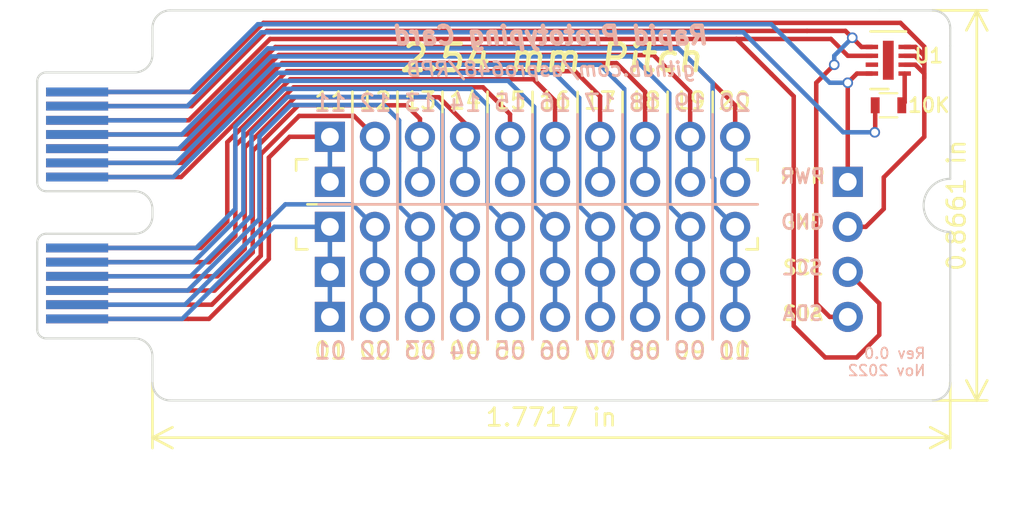
<source format=kicad_pcb>
(kicad_pcb (version 20171130) (host pcbnew "(5.1.10)-1")

  (general
    (thickness 1.6)
    (drawings 50)
    (tracks 233)
    (zones 0)
    (modules 9)
    (nets 27)
  )

  (page A)
  (title_block
    (title "Beetje 32U4 Blok")
    (date 2018-08-10)
    (rev 0.0)
    (company www.MakersBox.us)
    (comment 1 648.ken@gmail.com)
  )

  (layers
    (0 F.Cu signal)
    (31 B.Cu signal)
    (32 B.Adhes user)
    (33 F.Adhes user)
    (34 B.Paste user)
    (35 F.Paste user)
    (36 B.SilkS user)
    (37 F.SilkS user)
    (38 B.Mask user)
    (39 F.Mask user)
    (40 Dwgs.User user)
    (41 Cmts.User user)
    (42 Eco1.User user)
    (43 Eco2.User user)
    (44 Edge.Cuts user)
    (45 Margin user)
    (46 B.CrtYd user hide)
    (47 F.CrtYd user)
    (48 B.Fab user hide)
    (49 F.Fab user)
  )

  (setup
    (last_trace_width 0.254)
    (user_trace_width 0.3048)
    (user_trace_width 0.3556)
    (user_trace_width 0.4064)
    (user_trace_width 0.6096)
    (trace_clearance 0.2)
    (zone_clearance 0.35)
    (zone_45_only no)
    (trace_min 0.2)
    (via_size 0.6)
    (via_drill 0.4)
    (via_min_size 0.4)
    (via_min_drill 0.3)
    (uvia_size 0.3)
    (uvia_drill 0.1)
    (uvias_allowed no)
    (uvia_min_size 0.2)
    (uvia_min_drill 0.1)
    (edge_width 0.15)
    (segment_width 0.2)
    (pcb_text_width 0.3)
    (pcb_text_size 1.5 1.5)
    (mod_edge_width 0.15)
    (mod_text_size 1 1)
    (mod_text_width 0.15)
    (pad_size 0.5 3.500001)
    (pad_drill 0)
    (pad_to_mask_clearance 0)
    (aux_axis_origin 0 0)
    (visible_elements 7FFFFFFF)
    (pcbplotparams
      (layerselection 0x010f0_80000001)
      (usegerberextensions false)
      (usegerberattributes true)
      (usegerberadvancedattributes true)
      (creategerberjobfile true)
      (excludeedgelayer true)
      (linewidth 0.100000)
      (plotframeref false)
      (viasonmask false)
      (mode 1)
      (useauxorigin false)
      (hpglpennumber 1)
      (hpglpenspeed 20)
      (hpglpendiameter 15.000000)
      (psnegative false)
      (psa4output false)
      (plotreference true)
      (plotvalue true)
      (plotinvisibletext false)
      (padsonsilk false)
      (subtractmaskfromsilk false)
      (outputformat 1)
      (mirror false)
      (drillshape 0)
      (scaleselection 1)
      (outputdirectory "gerbers/"))
  )

  (net 0 "")
  (net 1 /10)
  (net 2 /01)
  (net 3 /02)
  (net 4 /04)
  (net 5 /05)
  (net 6 /06)
  (net 7 /07)
  (net 8 /08)
  (net 9 /09)
  (net 10 /11)
  (net 11 /12)
  (net 12 /13)
  (net 13 /14)
  (net 14 /15)
  (net 15 /16)
  (net 16 /17)
  (net 17 /18)
  (net 18 /19)
  (net 19 /20)
  (net 20 /03)
  (net 21 /D2_SDA)
  (net 22 GND)
  (net 23 /D3_SCL)
  (net 24 +5V)
  (net 25 "Net-(R1-Pad1)")
  (net 26 /A)

  (net_class Default "This is the default net class."
    (clearance 0.2)
    (trace_width 0.254)
    (via_dia 0.6)
    (via_drill 0.4)
    (uvia_dia 0.3)
    (uvia_drill 0.1)
    (add_net +5V)
    (add_net /01)
    (add_net /02)
    (add_net /03)
    (add_net /04)
    (add_net /05)
    (add_net /06)
    (add_net /07)
    (add_net /08)
    (add_net /09)
    (add_net /10)
    (add_net /11)
    (add_net /12)
    (add_net /13)
    (add_net /14)
    (add_net /15)
    (add_net /16)
    (add_net /17)
    (add_net /18)
    (add_net /19)
    (add_net /20)
    (add_net /A)
    (add_net /D2_SDA)
    (add_net /D3_SCL)
    (add_net GND)
    (add_net "Net-(R1-Pad1)")
  )

  (module Connector_PinHeader_2.54mm:PinHeader_1x04_P2.54mm_Vertical (layer F.Cu) (tedit 63801DD5) (tstamp 63801BBF)
    (at 45.72 -11.43)
    (descr "Through hole straight pin header, 1x04, 2.54mm pitch, single row")
    (tags "Through hole pin header THT 1x04 2.54mm single row")
    (path /6387A405)
    (fp_text reference J1 (at 0 -2.33) (layer F.Fab)
      (effects (font (size 1 1) (thickness 0.15)))
    )
    (fp_text value Conn_01x04 (at 0 9.95) (layer F.Fab)
      (effects (font (size 1 1) (thickness 0.15)))
    )
    (fp_line (start -0.635 -1.27) (end 1.27 -1.27) (layer F.Fab) (width 0.1))
    (fp_line (start 1.27 -1.27) (end 1.27 8.89) (layer F.Fab) (width 0.1))
    (fp_line (start 1.27 8.89) (end -1.27 8.89) (layer F.Fab) (width 0.1))
    (fp_line (start -1.27 8.89) (end -1.27 -0.635) (layer F.Fab) (width 0.1))
    (fp_line (start -1.27 -0.635) (end -0.635 -1.27) (layer F.Fab) (width 0.1))
    (fp_line (start -1.8 -1.8) (end -1.8 9.4) (layer F.CrtYd) (width 0.05))
    (fp_line (start -1.8 9.4) (end 1.8 9.4) (layer F.CrtYd) (width 0.05))
    (fp_line (start 1.8 9.4) (end 1.8 -1.8) (layer F.CrtYd) (width 0.05))
    (fp_line (start 1.8 -1.8) (end -1.8 -1.8) (layer F.CrtYd) (width 0.05))
    (fp_text user %R (at 0 3.81 90) (layer F.Fab)
      (effects (font (size 1 1) (thickness 0.15)))
    )
    (pad 1 thru_hole rect (at 0 0) (size 1.7 1.7) (drill 1) (layers *.Cu *.Mask)
      (net 24 +5V))
    (pad 2 thru_hole oval (at 0 2.54) (size 1.7 1.7) (drill 1) (layers *.Cu *.Mask)
      (net 22 GND))
    (pad 3 thru_hole oval (at 0 5.08) (size 1.7 1.7) (drill 1) (layers *.Cu *.Mask)
      (net 23 /D3_SCL))
    (pad 4 thru_hole oval (at 0 7.62) (size 1.7 1.7) (drill 1) (layers *.Cu *.Mask)
      (net 21 /D2_SDA))
    (model ${KISYS3DMOD}/Connector_PinHeader_2.54mm.3dshapes/PinHeader_1x04_P2.54mm_Vertical.wrl
      (at (xyz 0 0 0))
      (scale (xyz 1 1 1))
      (rotate (xyz 0 0 0))
    )
  )

  (module footprints:PinHeader_1x10_P2.54mm_Vertical (layer F.Cu) (tedit 637F0F76) (tstamp 637F5354)
    (at 16.51 -3.81 90)
    (descr "Through hole straight pin header, 1x10, 2.54mm pitch, single row")
    (tags "Through hole pin header THT 1x10 2.54mm single row")
    (path /6386DEAD)
    (fp_text reference J6 (at 0 -2.33 90) (layer F.SilkS) hide
      (effects (font (size 1 1) (thickness 0.15)))
    )
    (fp_text value Conn_01x10 (at 0 25.19 90) (layer F.Fab)
      (effects (font (size 1 1) (thickness 0.15)))
    )
    (fp_line (start -0.635 -1.27) (end 1.27 -1.27) (layer F.Fab) (width 0.1))
    (fp_line (start 1.27 -1.27) (end 1.27 24.13) (layer F.Fab) (width 0.1))
    (fp_line (start 1.27 24.13) (end -1.27 24.13) (layer F.Fab) (width 0.1))
    (fp_line (start -1.27 24.13) (end -1.27 -0.635) (layer F.Fab) (width 0.1))
    (fp_line (start -1.27 -0.635) (end -0.635 -1.27) (layer F.Fab) (width 0.1))
    (fp_line (start -1.8 -1.8) (end -1.8 24.65) (layer F.CrtYd) (width 0.05))
    (fp_line (start -1.8 24.65) (end 1.8 24.65) (layer F.CrtYd) (width 0.05))
    (fp_line (start 1.8 24.65) (end 1.8 -1.8) (layer F.CrtYd) (width 0.05))
    (fp_line (start 1.8 -1.8) (end -1.8 -1.8) (layer F.CrtYd) (width 0.05))
    (fp_text user %R (at 0 11.43 180) (layer F.Fab)
      (effects (font (size 1 1) (thickness 0.15)))
    )
    (pad 1 thru_hole rect (at 0 0 90) (size 1.7 1.7) (drill 1) (layers *.Cu *.Mask)
      (net 2 /01))
    (pad 2 thru_hole oval (at 0 2.54 90) (size 1.7 1.7) (drill 1) (layers *.Cu *.Mask)
      (net 3 /02))
    (pad 3 thru_hole oval (at 0 5.08 90) (size 1.7 1.7) (drill 1) (layers *.Cu *.Mask)
      (net 20 /03))
    (pad 4 thru_hole oval (at 0 7.62 90) (size 1.7 1.7) (drill 1) (layers *.Cu *.Mask)
      (net 4 /04))
    (pad 5 thru_hole oval (at 0 10.16 90) (size 1.7 1.7) (drill 1) (layers *.Cu *.Mask)
      (net 5 /05))
    (pad 6 thru_hole oval (at 0 12.7 90) (size 1.7 1.7) (drill 1) (layers *.Cu *.Mask)
      (net 6 /06))
    (pad 7 thru_hole oval (at 0 15.24 90) (size 1.7 1.7) (drill 1) (layers *.Cu *.Mask)
      (net 7 /07))
    (pad 8 thru_hole oval (at 0 17.78 90) (size 1.7 1.7) (drill 1) (layers *.Cu *.Mask)
      (net 8 /08))
    (pad 9 thru_hole oval (at 0 20.32 90) (size 1.7 1.7) (drill 1) (layers *.Cu *.Mask)
      (net 9 /09))
    (pad 10 thru_hole oval (at 0 22.86 90) (size 1.7 1.7) (drill 1) (layers *.Cu *.Mask)
      (net 1 /10))
    (model ${KISYS3DMOD}/Connector_PinHeader_2.54mm.3dshapes/PinHeader_1x10_P2.54mm_Vertical.wrl
      (at (xyz 0 0 0))
      (scale (xyz 1 1 1))
      (rotate (xyz 0 0 0))
    )
  )

  (module footprints:PinHeader_1x10_P2.54mm_Vertical (layer F.Cu) (tedit 637F0F76) (tstamp 637F3587)
    (at 16.51 -6.35 90)
    (descr "Through hole straight pin header, 1x10, 2.54mm pitch, single row")
    (tags "Through hole pin header THT 1x10 2.54mm single row")
    (path /63828BB9)
    (fp_text reference J2 (at 0 -2.33 90) (layer F.SilkS) hide
      (effects (font (size 1 1) (thickness 0.15)))
    )
    (fp_text value Conn_01x10 (at 0 25.19 90) (layer F.Fab)
      (effects (font (size 1 1) (thickness 0.15)))
    )
    (fp_line (start 1.8 -1.8) (end -1.8 -1.8) (layer F.CrtYd) (width 0.05))
    (fp_line (start 1.8 24.65) (end 1.8 -1.8) (layer F.CrtYd) (width 0.05))
    (fp_line (start -1.8 24.65) (end 1.8 24.65) (layer F.CrtYd) (width 0.05))
    (fp_line (start -1.8 -1.8) (end -1.8 24.65) (layer F.CrtYd) (width 0.05))
    (fp_line (start -1.27 -0.635) (end -0.635 -1.27) (layer F.Fab) (width 0.1))
    (fp_line (start -1.27 24.13) (end -1.27 -0.635) (layer F.Fab) (width 0.1))
    (fp_line (start 1.27 24.13) (end -1.27 24.13) (layer F.Fab) (width 0.1))
    (fp_line (start 1.27 -1.27) (end 1.27 24.13) (layer F.Fab) (width 0.1))
    (fp_line (start -0.635 -1.27) (end 1.27 -1.27) (layer F.Fab) (width 0.1))
    (fp_text user %R (at 0 11.43 180) (layer F.Fab)
      (effects (font (size 1 1) (thickness 0.15)))
    )
    (pad 10 thru_hole oval (at 0 22.86 90) (size 1.7 1.7) (drill 1) (layers *.Cu *.Mask)
      (net 1 /10))
    (pad 9 thru_hole oval (at 0 20.32 90) (size 1.7 1.7) (drill 1) (layers *.Cu *.Mask)
      (net 9 /09))
    (pad 8 thru_hole oval (at 0 17.78 90) (size 1.7 1.7) (drill 1) (layers *.Cu *.Mask)
      (net 8 /08))
    (pad 7 thru_hole oval (at 0 15.24 90) (size 1.7 1.7) (drill 1) (layers *.Cu *.Mask)
      (net 7 /07))
    (pad 6 thru_hole oval (at 0 12.7 90) (size 1.7 1.7) (drill 1) (layers *.Cu *.Mask)
      (net 6 /06))
    (pad 5 thru_hole oval (at 0 10.16 90) (size 1.7 1.7) (drill 1) (layers *.Cu *.Mask)
      (net 5 /05))
    (pad 4 thru_hole oval (at 0 7.62 90) (size 1.7 1.7) (drill 1) (layers *.Cu *.Mask)
      (net 4 /04))
    (pad 3 thru_hole oval (at 0 5.08 90) (size 1.7 1.7) (drill 1) (layers *.Cu *.Mask)
      (net 20 /03))
    (pad 2 thru_hole oval (at 0 2.54 90) (size 1.7 1.7) (drill 1) (layers *.Cu *.Mask)
      (net 3 /02))
    (pad 1 thru_hole rect (at 0 0 90) (size 1.7 1.7) (drill 1) (layers *.Cu *.Mask)
      (net 2 /01))
    (model ${KISYS3DMOD}/Connector_PinHeader_2.54mm.3dshapes/PinHeader_1x10_P2.54mm_Vertical.wrl
      (at (xyz 0 0 0))
      (scale (xyz 1 1 1))
      (rotate (xyz 0 0 0))
    )
  )

  (module footprints:PinHeader_1x10_P2.54mm_Vertical (layer F.Cu) (tedit 637F0F76) (tstamp 637F31FF)
    (at 16.51 -11.43 90)
    (descr "Through hole straight pin header, 1x10, 2.54mm pitch, single row")
    (tags "Through hole pin header THT 1x10 2.54mm single row")
    (path /6382AC72)
    (fp_text reference J3 (at 0 -2.33 90) (layer F.SilkS) hide
      (effects (font (size 1 1) (thickness 0.15)))
    )
    (fp_text value Conn_01x10 (at 0 25.19 90) (layer F.Fab)
      (effects (font (size 1 1) (thickness 0.15)))
    )
    (fp_line (start 1.8 -1.8) (end -1.8 -1.8) (layer F.CrtYd) (width 0.05))
    (fp_line (start 1.8 24.65) (end 1.8 -1.8) (layer F.CrtYd) (width 0.05))
    (fp_line (start -1.8 24.65) (end 1.8 24.65) (layer F.CrtYd) (width 0.05))
    (fp_line (start -1.8 -1.8) (end -1.8 24.65) (layer F.CrtYd) (width 0.05))
    (fp_line (start -1.27 -0.635) (end -0.635 -1.27) (layer F.Fab) (width 0.1))
    (fp_line (start -1.27 24.13) (end -1.27 -0.635) (layer F.Fab) (width 0.1))
    (fp_line (start 1.27 24.13) (end -1.27 24.13) (layer F.Fab) (width 0.1))
    (fp_line (start 1.27 -1.27) (end 1.27 24.13) (layer F.Fab) (width 0.1))
    (fp_line (start -0.635 -1.27) (end 1.27 -1.27) (layer F.Fab) (width 0.1))
    (fp_text user %R (at 0 11.43 180) (layer F.Fab)
      (effects (font (size 1 1) (thickness 0.15)))
    )
    (pad 10 thru_hole oval (at 0 22.86 90) (size 1.7 1.7) (drill 1) (layers *.Cu *.Mask)
      (net 19 /20))
    (pad 9 thru_hole oval (at 0 20.32 90) (size 1.7 1.7) (drill 1) (layers *.Cu *.Mask)
      (net 18 /19))
    (pad 8 thru_hole oval (at 0 17.78 90) (size 1.7 1.7) (drill 1) (layers *.Cu *.Mask)
      (net 17 /18))
    (pad 7 thru_hole oval (at 0 15.24 90) (size 1.7 1.7) (drill 1) (layers *.Cu *.Mask)
      (net 16 /17))
    (pad 6 thru_hole oval (at 0 12.7 90) (size 1.7 1.7) (drill 1) (layers *.Cu *.Mask)
      (net 15 /16))
    (pad 5 thru_hole oval (at 0 10.16 90) (size 1.7 1.7) (drill 1) (layers *.Cu *.Mask)
      (net 14 /15))
    (pad 4 thru_hole oval (at 0 7.62 90) (size 1.7 1.7) (drill 1) (layers *.Cu *.Mask)
      (net 13 /14))
    (pad 3 thru_hole oval (at 0 5.08 90) (size 1.7 1.7) (drill 1) (layers *.Cu *.Mask)
      (net 12 /13))
    (pad 2 thru_hole oval (at 0 2.54 90) (size 1.7 1.7) (drill 1) (layers *.Cu *.Mask)
      (net 11 /12))
    (pad 1 thru_hole rect (at 0 0 90) (size 1.7 1.7) (drill 1) (layers *.Cu *.Mask)
      (net 10 /11))
    (model ${KISYS3DMOD}/Connector_PinHeader_2.54mm.3dshapes/PinHeader_1x10_P2.54mm_Vertical.wrl
      (at (xyz 0 0 0))
      (scale (xyz 1 1 1))
      (rotate (xyz 0 0 0))
    )
  )

  (module footprints:PinHeader_1x10_P2.54mm_Vertical (layer F.Cu) (tedit 637F0F76) (tstamp 637F321D)
    (at 16.51 -8.89 90)
    (descr "Through hole straight pin header, 1x10, 2.54mm pitch, single row")
    (tags "Through hole pin header THT 1x10 2.54mm single row")
    (path /6382A1AF)
    (fp_text reference J4 (at 0 -2.33 90) (layer F.SilkS) hide
      (effects (font (size 1 1) (thickness 0.15)))
    )
    (fp_text value Conn_01x10 (at 0 25.19 90) (layer F.Fab)
      (effects (font (size 1 1) (thickness 0.15)))
    )
    (fp_line (start 1.8 -1.8) (end -1.8 -1.8) (layer F.CrtYd) (width 0.05))
    (fp_line (start 1.8 24.65) (end 1.8 -1.8) (layer F.CrtYd) (width 0.05))
    (fp_line (start -1.8 24.65) (end 1.8 24.65) (layer F.CrtYd) (width 0.05))
    (fp_line (start -1.8 -1.8) (end -1.8 24.65) (layer F.CrtYd) (width 0.05))
    (fp_line (start -1.27 -0.635) (end -0.635 -1.27) (layer F.Fab) (width 0.1))
    (fp_line (start -1.27 24.13) (end -1.27 -0.635) (layer F.Fab) (width 0.1))
    (fp_line (start 1.27 24.13) (end -1.27 24.13) (layer F.Fab) (width 0.1))
    (fp_line (start 1.27 -1.27) (end 1.27 24.13) (layer F.Fab) (width 0.1))
    (fp_line (start -0.635 -1.27) (end 1.27 -1.27) (layer F.Fab) (width 0.1))
    (fp_text user %R (at 0 11.43 180) (layer F.Fab)
      (effects (font (size 1 1) (thickness 0.15)))
    )
    (pad 10 thru_hole oval (at 0 22.86 90) (size 1.7 1.7) (drill 1) (layers *.Cu *.Mask)
      (net 1 /10))
    (pad 9 thru_hole oval (at 0 20.32 90) (size 1.7 1.7) (drill 1) (layers *.Cu *.Mask)
      (net 9 /09))
    (pad 8 thru_hole oval (at 0 17.78 90) (size 1.7 1.7) (drill 1) (layers *.Cu *.Mask)
      (net 8 /08))
    (pad 7 thru_hole oval (at 0 15.24 90) (size 1.7 1.7) (drill 1) (layers *.Cu *.Mask)
      (net 7 /07))
    (pad 6 thru_hole oval (at 0 12.7 90) (size 1.7 1.7) (drill 1) (layers *.Cu *.Mask)
      (net 6 /06))
    (pad 5 thru_hole oval (at 0 10.16 90) (size 1.7 1.7) (drill 1) (layers *.Cu *.Mask)
      (net 5 /05))
    (pad 4 thru_hole oval (at 0 7.62 90) (size 1.7 1.7) (drill 1) (layers *.Cu *.Mask)
      (net 4 /04))
    (pad 3 thru_hole oval (at 0 5.08 90) (size 1.7 1.7) (drill 1) (layers *.Cu *.Mask)
      (net 20 /03))
    (pad 2 thru_hole oval (at 0 2.54 90) (size 1.7 1.7) (drill 1) (layers *.Cu *.Mask)
      (net 3 /02))
    (pad 1 thru_hole rect (at 0 0 90) (size 1.7 1.7) (drill 1) (layers *.Cu *.Mask)
      (net 2 /01))
    (model ${KISYS3DMOD}/Connector_PinHeader_2.54mm.3dshapes/PinHeader_1x10_P2.54mm_Vertical.wrl
      (at (xyz 0 0 0))
      (scale (xyz 1 1 1))
      (rotate (xyz 0 0 0))
    )
  )

  (module footprints:PinHeader_1x10_P2.54mm_Vertical (layer F.Cu) (tedit 637F0F76) (tstamp 637F323B)
    (at 16.51 -13.97 90)
    (descr "Through hole straight pin header, 1x10, 2.54mm pitch, single row")
    (tags "Through hole pin header THT 1x10 2.54mm single row")
    (path /63831BDF)
    (fp_text reference J5 (at 0 -2.33 90) (layer F.SilkS) hide
      (effects (font (size 1 1) (thickness 0.15)))
    )
    (fp_text value Conn_01x10 (at 0 25.19 90) (layer F.Fab)
      (effects (font (size 1 1) (thickness 0.15)))
    )
    (fp_line (start 1.8 -1.8) (end -1.8 -1.8) (layer F.CrtYd) (width 0.05))
    (fp_line (start 1.8 24.65) (end 1.8 -1.8) (layer F.CrtYd) (width 0.05))
    (fp_line (start -1.8 24.65) (end 1.8 24.65) (layer F.CrtYd) (width 0.05))
    (fp_line (start -1.8 -1.8) (end -1.8 24.65) (layer F.CrtYd) (width 0.05))
    (fp_line (start -1.27 -0.635) (end -0.635 -1.27) (layer F.Fab) (width 0.1))
    (fp_line (start -1.27 24.13) (end -1.27 -0.635) (layer F.Fab) (width 0.1))
    (fp_line (start 1.27 24.13) (end -1.27 24.13) (layer F.Fab) (width 0.1))
    (fp_line (start 1.27 -1.27) (end 1.27 24.13) (layer F.Fab) (width 0.1))
    (fp_line (start -0.635 -1.27) (end 1.27 -1.27) (layer F.Fab) (width 0.1))
    (fp_text user %R (at 0 11.43 180) (layer F.Fab)
      (effects (font (size 1 1) (thickness 0.15)))
    )
    (pad 10 thru_hole oval (at 0 22.86 90) (size 1.7 1.7) (drill 1) (layers *.Cu *.Mask)
      (net 19 /20))
    (pad 9 thru_hole oval (at 0 20.32 90) (size 1.7 1.7) (drill 1) (layers *.Cu *.Mask)
      (net 18 /19))
    (pad 8 thru_hole oval (at 0 17.78 90) (size 1.7 1.7) (drill 1) (layers *.Cu *.Mask)
      (net 17 /18))
    (pad 7 thru_hole oval (at 0 15.24 90) (size 1.7 1.7) (drill 1) (layers *.Cu *.Mask)
      (net 16 /17))
    (pad 6 thru_hole oval (at 0 12.7 90) (size 1.7 1.7) (drill 1) (layers *.Cu *.Mask)
      (net 15 /16))
    (pad 5 thru_hole oval (at 0 10.16 90) (size 1.7 1.7) (drill 1) (layers *.Cu *.Mask)
      (net 14 /15))
    (pad 4 thru_hole oval (at 0 7.62 90) (size 1.7 1.7) (drill 1) (layers *.Cu *.Mask)
      (net 13 /14))
    (pad 3 thru_hole oval (at 0 5.08 90) (size 1.7 1.7) (drill 1) (layers *.Cu *.Mask)
      (net 12 /13))
    (pad 2 thru_hole oval (at 0 2.54 90) (size 1.7 1.7) (drill 1) (layers *.Cu *.Mask)
      (net 11 /12))
    (pad 1 thru_hole rect (at 0 0 90) (size 1.7 1.7) (drill 1) (layers *.Cu *.Mask)
      (net 10 /11))
    (model ${KISYS3DMOD}/Connector_PinHeader_2.54mm.3dshapes/PinHeader_1x10_P2.54mm_Vertical.wrl
      (at (xyz 0 0 0))
      (scale (xyz 1 1 1))
      (rotate (xyz 0 0 0))
    )
  )

  (module footprints:MEC8-113-CARD_2 locked (layer F.Cu) (tedit 637EA67F) (tstamp 637F23C1)
    (at 0 -0.1 90)
    (path /63771AB0)
    (fp_text reference X0 (at 4.375 -1.25 90) (layer F.Fab)
      (effects (font (size 1 1) (thickness 0.15)))
    )
    (fp_text value "Card Edge" (at 10.9 -1 90) (layer F.Fab)
      (effects (font (size 1 1) (thickness 0.15)))
    )
    (fp_line (start 21 50.5) (end 21 47.5) (layer Edge.Cuts) (width 0.12))
    (fp_line (start 19 51.5) (end 20 51.5) (layer Edge.Cuts) (width 0.12))
    (fp_line (start 0 51.5) (end 1 51.5) (layer Edge.Cuts) (width 0.12))
    (fp_line (start -1 50.5) (end -1 47.5) (layer Edge.Cuts) (width 0.12))
    (fp_line (start 19 6.5) (end 20 6.5) (layer Edge.Cuts) (width 0.12))
    (fp_line (start 0 6.5) (end 1 6.5) (layer Edge.Cuts) (width 0.12))
    (fp_line (start 17 0) (end 11.3 0) (layer Edge.Cuts) (width 0.12))
    (fp_line (start 3 0) (end 7.9 0) (layer Edge.Cuts) (width 0.12))
    (fp_line (start 9.4 6.5) (end 9.8 6.5) (layer Edge.Cuts) (width 0.12))
    (fp_line (start 10.8 5.5) (end 10.8 0.5) (layer Edge.Cuts) (width 0.12))
    (fp_line (start 8.4 0.5) (end 8.4 5.5) (layer Edge.Cuts) (width 0.12))
    (fp_line (start 2.5 0.5) (end 2.5 5.5) (layer Edge.Cuts) (width 0.12))
    (fp_line (start 17.5 0.5) (end 17.5 5.5) (layer Edge.Cuts) (width 0.12))
    (fp_line (start 18.5 6.5) (end 19 6.5) (layer Edge.Cuts) (width 0.12))
    (fp_line (start 1 6.5) (end 1.5 6.5) (layer Edge.Cuts) (width 0.12))
    (fp_line (start 10 11.5) (end 10 48.5) (layer Dwgs.User) (width 0.12))
    (fp_line (start 8.5 51.5) (end 1 51.5) (layer Edge.Cuts) (width 0.12))
    (fp_line (start 11.5 51.5) (end 19 51.5) (layer Edge.Cuts) (width 0.12))
    (fp_line (start 21 7.5) (end 21 47.5) (layer Edge.Cuts) (width 0.12))
    (fp_line (start -1 47.5) (end -1 7.5) (layer Edge.Cuts) (width 0.12))
    (fp_arc (start 10 51.5) (end 11.5 51.5) (angle -180) (layer Edge.Cuts) (width 0.12))
    (fp_arc (start 20 50.5) (end 20 51.5) (angle -90) (layer Edge.Cuts) (width 0.12))
    (fp_arc (start 0 50.5) (end -1 50.5) (angle -90) (layer Edge.Cuts) (width 0.12))
    (fp_arc (start 0 7.5) (end 0 6.5) (angle -90) (layer Edge.Cuts) (width 0.12))
    (fp_arc (start 20 7.5) (end 21 7.5) (angle -90) (layer Edge.Cuts) (width 0.12))
    (fp_arc (start 18.5 5.5) (end 17.5 5.5) (angle -90) (layer Edge.Cuts) (width 0.12))
    (fp_arc (start 1.5 5.5) (end 1.5 6.5) (angle -90) (layer Edge.Cuts) (width 0.12))
    (fp_arc (start 9.4 5.5) (end 8.4 5.5) (angle -90) (layer Edge.Cuts) (width 0.12))
    (fp_arc (start 9.8 5.5) (end 9.8 6.5) (angle -90) (layer Edge.Cuts) (width 0.12))
    (fp_arc (start 7.9 0.5) (end 8.4 0.5) (angle -90) (layer Edge.Cuts) (width 0.12))
    (fp_arc (start 11.3 0.5) (end 11.3 0) (angle -90) (layer Edge.Cuts) (width 0.12))
    (fp_arc (start 17 0.5) (end 17.5 0.5) (angle -90) (layer Edge.Cuts) (width 0.12))
    (fp_arc (start 3 0.5) (end 3 0) (angle -90) (layer Edge.Cuts) (width 0.12))
    (fp_arc (start 10 51.5) (end 13.5 51.5) (angle -180) (layer Dwgs.User) (width 0.12))
    (pad 14 smd rect (at 3.6 2.25 90) (size 0.5 3.5) (layers F.Cu F.Paste F.Mask)
      (net 10 /11))
    (pad 1 smd rect (at 3.6 2.25 90) (size 0.5 3.5) (layers B.Cu B.Paste B.Mask)
      (net 2 /01))
    (pad 15 smd rect (at 4.4 2.25 90) (size 0.5 3.5) (layers F.Cu F.Paste F.Mask)
      (net 11 /12))
    (pad 2 smd rect (at 4.4 2.25 90) (size 0.5 3.5) (layers B.Cu B.Paste B.Mask)
      (net 3 /02))
    (pad 16 smd rect (at 5.2 2.25 90) (size 0.5 3.5) (layers F.Cu F.Paste F.Mask)
      (net 12 /13))
    (pad 3 smd rect (at 5.2 2.25 90) (size 0.5 3.5) (layers B.Cu B.Paste B.Mask)
      (net 20 /03))
    (pad 17 smd rect (at 6 2.25 90) (size 0.5 3.5) (layers F.Cu F.Paste F.Mask)
      (net 13 /14))
    (pad 4 smd rect (at 6 2.25 90) (size 0.5 3.5) (layers B.Cu B.Paste B.Mask)
      (net 4 /04))
    (pad 18 smd rect (at 6.8 2.25 90) (size 0.5 3.5) (layers F.Cu F.Paste F.Mask)
      (net 14 /15))
    (pad 5 smd rect (at 6.8 2.25 90) (size 0.5 3.5) (layers B.Cu B.Paste B.Mask)
      (net 5 /05))
    (pad 19 smd rect (at 7.6 2.25 90) (size 0.5 3.5) (layers F.Cu F.Paste F.Mask)
      (net 15 /16))
    (pad 6 smd rect (at 7.6 2.25 90) (size 0.5 3.5) (layers B.Cu B.Paste B.Mask)
      (net 6 /06))
    (pad 20 smd rect (at 11.6 2.25 90) (size 0.5 3.5) (layers F.Cu F.Paste F.Mask)
      (net 16 /17))
    (pad 7 smd rect (at 11.6 2.25 90) (size 0.5 3.5) (layers B.Cu B.Paste B.Mask)
      (net 7 /07))
    (pad 21 smd rect (at 12.4 2.25 90) (size 0.5 3.5) (layers F.Cu F.Paste F.Mask)
      (net 17 /18))
    (pad 8 smd rect (at 12.4 2.25 90) (size 0.5 3.5) (layers B.Cu B.Paste B.Mask)
      (net 8 /08))
    (pad 22 smd rect (at 13.2 2.25 90) (size 0.5 3.5) (layers F.Cu F.Paste F.Mask)
      (net 18 /19))
    (pad 9 smd rect (at 13.2 2.25 90) (size 0.5 3.5) (layers B.Cu B.Paste B.Mask)
      (net 9 /09))
    (pad 23 smd rect (at 14 2.25 90) (size 0.5 3.5) (layers F.Cu F.Paste F.Mask)
      (net 19 /20))
    (pad 10 smd rect (at 14 2.25 90) (size 0.5 3.5) (layers B.Cu B.Paste B.Mask)
      (net 1 /10))
    (pad 24 smd rect (at 14.8 2.25 90) (size 0.5 3.5) (layers F.Cu F.Paste F.Mask)
      (net 23 /D3_SCL))
    (pad 11 smd rect (at 14.8 2.25 90) (size 0.5 3.5) (layers B.Cu B.Paste B.Mask))
    (pad 25 smd rect (at 15.6 2.25 90) (size 0.5 3.5) (layers F.Cu F.Paste F.Mask)
      (net 21 /D2_SDA))
    (pad 12 smd rect (at 15.6 2.25 90) (size 0.5 3.5) (layers B.Cu B.Paste B.Mask)
      (net 26 /A))
    (pad 26 smd rect (at 16.4 2.25 90) (size 0.5 3.5) (layers F.Cu F.Paste F.Mask)
      (net 22 GND))
    (pad 13 smd rect (at 16.4 2.25 90) (size 0.5 3.5) (layers B.Cu B.Paste B.Mask)
      (net 24 +5V))
  )

  (module footprints:R_0603 (layer F.Cu) (tedit 636E7A48) (tstamp 637F4069)
    (at 48.018 -15.748 180)
    (descr "Resistor SMD 0603, reflow soldering, Vishay (see dcrcw.pdf)")
    (tags "resistor 0603")
    (path /63EABA42)
    (attr smd)
    (fp_text reference R1 (at 1.905 0 180) (layer Dwgs.User)
      (effects (font (size 1 1) (thickness 0.15)))
    )
    (fp_text value 10K (at -2.274 0 180) (layer F.SilkS)
      (effects (font (size 0.8 0.8) (thickness 0.15)))
    )
    (fp_line (start -0.8 0.4) (end -0.8 -0.4) (layer F.Fab) (width 0.1))
    (fp_line (start 0.8 0.4) (end -0.8 0.4) (layer F.Fab) (width 0.1))
    (fp_line (start 0.8 -0.4) (end 0.8 0.4) (layer F.Fab) (width 0.1))
    (fp_line (start -0.8 -0.4) (end 0.8 -0.4) (layer F.Fab) (width 0.1))
    (fp_line (start 0.5 0.68) (end -0.5 0.68) (layer F.SilkS) (width 0.12))
    (fp_line (start -0.5 -0.68) (end 0.5 -0.68) (layer F.SilkS) (width 0.12))
    (fp_line (start -1.25 -0.7) (end 1.25 -0.7) (layer F.CrtYd) (width 0.05))
    (fp_line (start -1.25 -0.7) (end -1.25 0.7) (layer F.CrtYd) (width 0.05))
    (fp_line (start 1.25 0.7) (end 1.25 -0.7) (layer F.CrtYd) (width 0.05))
    (fp_line (start 1.25 0.7) (end -1.25 0.7) (layer F.CrtYd) (width 0.05))
    (fp_text user %R (at 0 0 180) (layer F.Fab)
      (effects (font (size 0.4 0.4) (thickness 0.075)))
    )
    (pad 1 smd rect (at -0.75 0 180) (size 0.5 0.9) (layers F.Cu F.Paste F.Mask)
      (net 25 "Net-(R1-Pad1)"))
    (pad 2 smd rect (at 0.75 0 180) (size 0.5 0.9) (layers F.Cu F.Paste F.Mask)
      (net 26 /A))
    (model ${KISYS3DMOD}/Resistors_SMD.3dshapes/R_0603.wrl
      (at (xyz 0 0 0))
      (scale (xyz 1 1 1))
      (rotate (xyz 0 0 0))
    )
  )

  (module Package_DFN_QFN:DFN-8-1EP_2x3mm_P0.5mm_EP0.61x2.2mm (layer F.Cu) (tedit 5EA4BD52) (tstamp 637F106D)
    (at 48.006 -18.288 180)
    (descr "DDB Package; 8-Lead Plastic DFN (3mm x 2mm) (see Linear Technology DFN_8_05-08-1702.pdf)")
    (tags "DFN 0.5")
    (path /63E7C52F)
    (attr smd)
    (fp_text reference U1 (at -2.286 0.254) (layer F.SilkS)
      (effects (font (size 0.8 0.8) (thickness 0.15)))
    )
    (fp_text value 24LC32 (at 0 2.55) (layer F.Fab)
      (effects (font (size 1 1) (thickness 0.15)))
    )
    (fp_line (start 0 -1.625) (end 1 -1.625) (layer F.SilkS) (width 0.15))
    (fp_line (start -1 1.625) (end 1 1.625) (layer F.SilkS) (width 0.15))
    (fp_line (start -1.55 1.8) (end 1.55 1.8) (layer F.CrtYd) (width 0.05))
    (fp_line (start -1.55 -1.8) (end 1.55 -1.8) (layer F.CrtYd) (width 0.05))
    (fp_line (start 1.55 -1.8) (end 1.55 1.8) (layer F.CrtYd) (width 0.05))
    (fp_line (start -1.55 -1.8) (end -1.55 1.8) (layer F.CrtYd) (width 0.05))
    (fp_line (start -1 -1) (end -0.5 -1.5) (layer F.Fab) (width 0.15))
    (fp_line (start -1 1.5) (end -1 -1) (layer F.Fab) (width 0.15))
    (fp_line (start 1 1.5) (end -1 1.5) (layer F.Fab) (width 0.15))
    (fp_line (start 1 -1.5) (end 1 1.5) (layer F.Fab) (width 0.15))
    (fp_line (start -0.5 -1.5) (end 1 -1.5) (layer F.Fab) (width 0.15))
    (fp_text user %R (at 0 0 90) (layer F.Fab)
      (effects (font (size 0.5 0.5) (thickness 0.075)))
    )
    (pad 1 smd rect (at -0.925 -0.75 180) (size 0.7 0.25) (layers F.Cu F.Paste F.Mask)
      (net 25 "Net-(R1-Pad1)"))
    (pad 2 smd rect (at -0.925 -0.25 180) (size 0.7 0.25) (layers F.Cu F.Paste F.Mask)
      (net 22 GND))
    (pad 3 smd rect (at -0.925 0.25 180) (size 0.7 0.25) (layers F.Cu F.Paste F.Mask)
      (net 22 GND))
    (pad 4 smd rect (at -0.925 0.75 180) (size 0.7 0.25) (layers F.Cu F.Paste F.Mask)
      (net 22 GND))
    (pad 5 smd rect (at 0.925 0.75 180) (size 0.7 0.25) (layers F.Cu F.Paste F.Mask)
      (net 21 /D2_SDA))
    (pad 6 smd rect (at 0.925 0.25 180) (size 0.7 0.25) (layers F.Cu F.Paste F.Mask)
      (net 23 /D3_SCL))
    (pad 7 smd rect (at 0.925 -0.25 180) (size 0.7 0.25) (layers F.Cu F.Paste F.Mask))
    (pad 8 smd rect (at 0.925 -0.75 180) (size 0.7 0.25) (layers F.Cu F.Paste F.Mask)
      (net 24 +5V))
    (pad 9 smd rect (at 0 0 180) (size 0.61 2.2) (layers F.Cu F.Mask))
    (pad "" smd rect (at 0 -0.734 180) (size 0.5 0.59) (layers F.Paste))
    (pad "" smd rect (at 0 0 180) (size 0.5 0.59) (layers F.Paste))
    (pad "" smd rect (at 0 0.734 180) (size 0.5 0.59) (layers F.Paste))
    (model ${KISYS3DMOD}/Package_DFN_QFN.3dshapes/DFN-8-1EP_2x3mm_P0.5mm_EP0.61x2.2mm.wrl
      (at (xyz 0 0 0))
      (scale (xyz 1 1 1))
      (rotate (xyz 0 0 0))
    )
  )

  (gr_text "PWR\n\nGND\n\nSCL\n\nSDA" (at 43.18 -7.874) (layer B.SilkS) (tstamp 6380232D)
    (effects (font (size 0.8 0.8) (thickness 0.15)) (justify mirror))
  )
  (gr_text "PWR\n\nGND\n\nSCL\n\nSDA" (at 43.18 -7.874) (layer F.SilkS)
    (effects (font (size 0.8 0.8) (thickness 0.15)))
  )
  (dimension 38 (width 0.15) (layer Dwgs.User)
    (gr_text "38.000 mm" (at 27 4.3) (layer Dwgs.User)
      (effects (font (size 1 1) (thickness 0.15)))
    )
    (feature1 (pts (xy 46 1) (xy 46 3.586421)))
    (feature2 (pts (xy 8 1) (xy 8 3.586421)))
    (crossbar (pts (xy 8 3) (xy 46 3)))
    (arrow1a (pts (xy 46 3) (xy 44.873496 3.586421)))
    (arrow1b (pts (xy 46 3) (xy 44.873496 2.413579)))
    (arrow2a (pts (xy 8 3) (xy 9.126504 3.586421)))
    (arrow2b (pts (xy 8 3) (xy 9.126504 2.413579)))
  )
  (gr_line (start 40.64 -7.62) (end 40.005 -7.62) (layer F.SilkS) (width 0.15))
  (gr_line (start 40.64 -8.255) (end 40.64 -7.62) (layer F.SilkS) (width 0.15))
  (gr_line (start 40.64 -12.7) (end 40.64 -12.065) (layer F.SilkS) (width 0.15))
  (gr_line (start 40.005 -12.7) (end 40.64 -12.7) (layer F.SilkS) (width 0.15))
  (gr_line (start 14.605 -12.7) (end 15.24 -12.7) (layer F.SilkS) (width 0.15))
  (gr_line (start 14.605 -7.62) (end 15.24 -7.62) (layer F.SilkS) (width 0.15))
  (gr_line (start 14.605 -8.255) (end 14.605 -7.62) (layer F.SilkS) (width 0.15))
  (gr_line (start 14.605 -12.7) (end 14.605 -12.065) (layer F.SilkS) (width 0.15))
  (gr_line (start 38.1 -15.24) (end 38.1 -2.54) (layer B.SilkS) (width 0.15))
  (gr_line (start 35.56 -15.24) (end 35.56 -2.54) (layer B.SilkS) (width 0.15))
  (gr_line (start 33.02 -15.24) (end 33.02 -2.54) (layer B.SilkS) (width 0.15))
  (gr_line (start 30.48 -15.24) (end 30.48 -2.54) (layer B.SilkS) (width 0.15))
  (gr_line (start 27.94 -15.24) (end 27.94 -2.54) (layer B.SilkS) (width 0.15))
  (gr_line (start 25.4 -2.54) (end 25.4 -15.24) (layer B.SilkS) (width 0.15))
  (gr_line (start 22.86 -2.54) (end 22.86 -15.24) (layer B.SilkS) (width 0.15))
  (gr_line (start 20.32 -2.54) (end 20.32 -15.24) (layer B.SilkS) (width 0.15))
  (gr_line (start 17.78 -2.54) (end 17.78 -15.24) (layer B.SilkS) (width 0.15))
  (gr_line (start 15.875 -10.16) (end 40.64 -10.16) (layer B.SilkS) (width 0.15))
  (gr_text "20 19 18 17 16 15 14 13 12 11" (at 27.94 -15.875) (layer B.SilkS)
    (effects (font (size 0.95 0.95) (thickness 0.15)) (justify mirror))
  )
  (gr_text "10 09 08 07 06 05 04 03 02 01" (at 27.94 -1.905) (layer B.SilkS)
    (effects (font (size 0.95 0.95) (thickness 0.15)) (justify mirror))
  )
  (gr_line (start 38.1 -3.81) (end 38.1 -2.54) (layer F.SilkS) (width 0.15))
  (gr_line (start 35.56 -3.81) (end 35.56 -2.54) (layer F.SilkS) (width 0.15))
  (gr_line (start 33.02 -3.81) (end 33.02 -2.54) (layer F.SilkS) (width 0.15))
  (gr_line (start 30.48 -3.81) (end 30.48 -2.54) (layer F.SilkS) (width 0.15))
  (gr_line (start 27.94 -3.81) (end 27.94 -2.54) (layer F.SilkS) (width 0.15))
  (gr_line (start 25.4 -3.81) (end 25.4 -2.54) (layer F.SilkS) (width 0.15))
  (gr_line (start 38.1 -16.51) (end 38.1 -3.81) (layer F.SilkS) (width 0.15))
  (gr_line (start 35.56 -16.51) (end 35.56 -3.81) (layer F.SilkS) (width 0.15))
  (gr_line (start 33.02 -16.51) (end 33.02 -3.81) (layer F.SilkS) (width 0.15))
  (gr_line (start 30.48 -16.51) (end 30.48 -3.81) (layer F.SilkS) (width 0.15))
  (gr_line (start 27.94 -16.51) (end 27.94 -3.81) (layer F.SilkS) (width 0.15))
  (gr_line (start 25.4 -16.51) (end 25.4 -3.81) (layer F.SilkS) (width 0.15))
  (gr_line (start 22.86 -16.51) (end 22.86 -2.54) (layer F.SilkS) (width 0.15))
  (gr_line (start 20.32 -16.51) (end 20.32 -2.54) (layer F.SilkS) (width 0.15))
  (gr_line (start 17.78 -2.54) (end 17.78 -16.51) (layer F.SilkS) (width 0.15))
  (gr_line (start 15.24 -10.16) (end 40.64 -10.16) (layer F.SilkS) (width 0.15))
  (gr_text "01 02 03 04 05 06 07 08 09 10" (at 27.94 -1.905) (layer F.SilkS)
    (effects (font (size 0.95 0.95) (thickness 0.15)))
  )
  (gr_text "11 12 13 14 15 16 17 18 19 20" (at 27.94 -16.002) (layer F.SilkS)
    (effects (font (size 0.95 0.95) (thickness 0.15)))
  )
  (gr_line (start 29 -20) (end 29 0) (layer Dwgs.User) (width 0.15))
  (dimension 22.500222 (width 0.15) (layer Dwgs.User)
    (gr_text "22.500 mm" (at 17.713112 8.249848 359.7453538) (layer Dwgs.User)
      (effects (font (size 1 1) (thickness 0.15)))
    )
    (feature1 (pts (xy 29 0) (xy 28.966283 7.586276)))
    (feature2 (pts (xy 6.5 -0.1) (xy 6.466283 7.486276)))
    (crossbar (pts (xy 6.46889 6.899861) (xy 28.96889 6.999861)))
    (arrow1a (pts (xy 28.96889 6.999861) (xy 27.839791 7.581269)))
    (arrow1b (pts (xy 28.96889 6.999861) (xy 27.845004 6.408439)))
    (arrow2a (pts (xy 6.46889 6.899861) (xy 7.592776 7.491283)))
    (arrow2b (pts (xy 6.46889 6.899861) (xy 7.597989 6.318453)))
  )
  (dimension 22 (width 0.15) (layer F.SilkS)
    (gr_text "22.000 mm" (at 54.3 -10.1 90) (layer F.SilkS)
      (effects (font (size 1 1) (thickness 0.15)))
    )
    (feature1 (pts (xy 50.5 -21.1) (xy 53.586421 -21.1)))
    (feature2 (pts (xy 50.5 0.9) (xy 53.586421 0.9)))
    (crossbar (pts (xy 53 0.9) (xy 53 -21.1)))
    (arrow1a (pts (xy 53 -21.1) (xy 53.586421 -19.973496)))
    (arrow1b (pts (xy 53 -21.1) (xy 52.413579 -19.973496)))
    (arrow2a (pts (xy 53 0.9) (xy 53.586421 -0.226504)))
    (arrow2b (pts (xy 53 0.9) (xy 52.413579 -0.226504)))
  )
  (dimension 45 (width 0.15) (layer F.SilkS)
    (gr_text "45.000 mm" (at 29 4.3) (layer F.SilkS)
      (effects (font (size 1 1) (thickness 0.15)))
    )
    (feature1 (pts (xy 51.5 -0.1) (xy 51.5 3.586421)))
    (feature2 (pts (xy 6.5 -0.1) (xy 6.5 3.586421)))
    (crossbar (pts (xy 6.5 3) (xy 51.5 3)))
    (arrow1a (pts (xy 51.5 3) (xy 50.373496 3.586421)))
    (arrow1b (pts (xy 51.5 3) (xy 50.373496 2.413579)))
    (arrow2a (pts (xy 6.5 3) (xy 7.626504 3.586421)))
    (arrow2b (pts (xy 6.5 3) (xy 7.626504 2.413579)))
  )
  (gr_text "Rev 0.0\nNov 2022" (at 50.165 -1.27) (layer B.SilkS)
    (effects (font (size 0.6 0.6) (thickness 0.1)) (justify left mirror))
  )
  (gr_text github.com/aspro648/RPB (at 29 -17.78) (layer B.SilkS)
    (effects (font (size 0.8 0.8) (thickness 0.15) italic) (justify mirror))
  )
  (gr_line (start 9.75 -19.5) (end 9.75 -0.5) (layer Dwgs.User) (width 0.1))
  (gr_text "2.54 mm Pitch" (at 29 -18.415) (layer F.SilkS)
    (effects (font (size 1.5 1.5) (thickness 0.25) italic))
  )
  (gr_text "Rapid Prototyping Card" (at 29 -19.685) (layer B.SilkS)
    (effects (font (size 1 1) (thickness 0.25) italic) (justify mirror))
  )

  (segment (start 2.25 -14.9) (end 8.310132 -14.9) (width 0.254) (layer B.Cu) (net 0) (status 10))
  (segment (start 38.192999 -10.067001) (end 39.37 -8.89) (width 0.254) (layer B.Cu) (net 1) (status 20))
  (segment (start 38.192999 -11.591001) (end 38.192999 -10.067001) (width 0.254) (layer B.Cu) (net 1))
  (segment (start 38.1 -11.684) (end 38.192999 -11.591001) (width 0.254) (layer B.Cu) (net 1))
  (segment (start 38.1 -17.018) (end 38.1 -11.684) (width 0.254) (layer B.Cu) (net 1))
  (segment (start 36.16003 -18.95797) (end 38.1 -17.018) (width 0.254) (layer B.Cu) (net 1))
  (segment (start 13.010168 -18.95797) (end 36.16003 -18.95797) (width 0.254) (layer B.Cu) (net 1))
  (segment (start 39.37 -6.35) (end 39.37 -8.89) (width 0.254) (layer B.Cu) (net 1) (status 30))
  (segment (start 8.152199 -14.1) (end 2.25 -14.1) (width 0.254) (layer B.Cu) (net 1) (status 20))
  (segment (start 13.010168 -18.95797) (end 8.152199 -14.1) (width 0.254) (layer B.Cu) (net 1))
  (segment (start 39.37 -3.81) (end 39.37 -6.35) (width 0.254) (layer B.Cu) (net 1) (status 30))
  (segment (start 16.51 -6.35) (end 16.51 -8.89) (width 0.254) (layer B.Cu) (net 2) (status 30))
  (segment (start 2.25 -3.7) (end 8.180333 -3.7) (width 0.254) (layer B.Cu) (net 2) (status 10))
  (segment (start 13.370333 -8.89) (end 16.51 -8.89) (width 0.254) (layer B.Cu) (net 2) (status 20))
  (segment (start 8.180333 -3.7) (end 13.370333 -8.89) (width 0.254) (layer B.Cu) (net 2))
  (segment (start 16.51 -6.35) (end 16.51 -3.81) (width 0.254) (layer B.Cu) (net 2) (status 30))
  (segment (start 2.25 -4.5) (end 8.338267 -4.5) (width 0.254) (layer B.Cu) (net 3) (status 10))
  (segment (start 8.338267 -4.5) (end 13.998267 -10.16) (width 0.254) (layer B.Cu) (net 3))
  (segment (start 17.78 -10.16) (end 19.05 -8.89) (width 0.254) (layer B.Cu) (net 3) (status 20))
  (segment (start 13.998267 -10.16) (end 17.78 -10.16) (width 0.254) (layer B.Cu) (net 3))
  (segment (start 19.05 -8.89) (end 19.05 -6.35) (width 0.254) (layer B.Cu) (net 3) (status 30))
  (segment (start 19.05 -6.35) (end 19.05 -3.81) (width 0.254) (layer B.Cu) (net 3) (status 30))
  (segment (start 2.25 -6.1) (end 8.654133 -6.1) (width 0.254) (layer B.Cu) (net 4) (status 10))
  (segment (start 8.654133 -6.1) (end 12.08402 -9.529886) (width 0.254) (layer B.Cu) (net 4))
  (segment (start 12.08402 -9.529886) (end 12.08402 -14.179426) (width 0.254) (layer B.Cu) (net 4))
  (segment (start 12.08402 -14.179426) (end 14.122554 -16.21796) (width 0.254) (layer B.Cu) (net 4))
  (segment (start 14.122554 -16.21796) (end 22.13604 -16.21796) (width 0.254) (layer B.Cu) (net 4))
  (segment (start 22.13604 -16.21796) (end 22.86 -15.494) (width 0.254) (layer B.Cu) (net 4))
  (segment (start 22.86 -10.16) (end 24.13 -8.89) (width 0.254) (layer B.Cu) (net 4) (status 20))
  (segment (start 22.86 -15.494) (end 22.86 -10.16) (width 0.254) (layer B.Cu) (net 4))
  (segment (start 24.13 -6.35) (end 24.13 -8.89) (width 0.254) (layer B.Cu) (net 4) (status 30))
  (segment (start 24.13 -3.81) (end 24.13 -6.35) (width 0.254) (layer B.Cu) (net 4) (status 30))
  (segment (start 8.812066 -6.9) (end 11.63001 -9.717943) (width 0.254) (layer B.Cu) (net 5))
  (segment (start 2.25 -6.9) (end 8.812066 -6.9) (width 0.254) (layer B.Cu) (net 5) (status 10))
  (segment (start 11.63001 -9.717943) (end 11.63001 -14.367482) (width 0.254) (layer B.Cu) (net 5))
  (segment (start 11.63001 -14.367482) (end 13.934498 -16.67197) (width 0.254) (layer B.Cu) (net 5))
  (segment (start 13.934498 -16.67197) (end 24.47603 -16.67197) (width 0.254) (layer B.Cu) (net 5))
  (segment (start 24.47603 -16.67197) (end 25.4 -15.748) (width 0.254) (layer B.Cu) (net 5))
  (segment (start 25.4 -10.16) (end 26.67 -8.89) (width 0.254) (layer B.Cu) (net 5) (status 20))
  (segment (start 25.4 -15.748) (end 25.4 -10.16) (width 0.254) (layer B.Cu) (net 5))
  (segment (start 26.67 -6.35) (end 26.67 -8.89) (width 0.254) (layer B.Cu) (net 5) (status 30))
  (segment (start 26.67 -3.81) (end 26.67 -6.35) (width 0.254) (layer B.Cu) (net 5) (status 30))
  (segment (start 2.25 -7.7) (end 8.97 -7.7) (width 0.254) (layer B.Cu) (net 6) (status 10))
  (segment (start 8.97 -7.7) (end 11.176 -9.906) (width 0.254) (layer B.Cu) (net 6))
  (segment (start 11.176 -9.906) (end 11.176 -14.555538) (width 0.254) (layer B.Cu) (net 6))
  (segment (start 11.176 -14.555538) (end 13.746442 -17.12598) (width 0.254) (layer B.Cu) (net 6))
  (segment (start 13.746442 -17.12598) (end 26.56202 -17.12598) (width 0.254) (layer B.Cu) (net 6))
  (segment (start 28.032999 -10.067001) (end 29.21 -8.89) (width 0.254) (layer B.Cu) (net 6) (status 20))
  (segment (start 28.032999 -15.655001) (end 28.032999 -10.067001) (width 0.254) (layer B.Cu) (net 6))
  (segment (start 26.56202 -17.12598) (end 28.032999 -15.655001) (width 0.254) (layer B.Cu) (net 6))
  (segment (start 29.21 -6.35) (end 29.21 -8.89) (width 0.254) (layer B.Cu) (net 6) (status 30))
  (segment (start 29.21 -3.81) (end 29.21 -6.35) (width 0.254) (layer B.Cu) (net 6) (status 30))
  (segment (start 31.75 -6.35) (end 31.75 -8.89) (width 0.254) (layer B.Cu) (net 7) (status 30))
  (segment (start 7.678395 -11.7) (end 2.25 -11.7) (width 0.254) (layer B.Cu) (net 7) (status 20))
  (segment (start 13.558385 -17.57999) (end 7.678395 -11.7) (width 0.254) (layer B.Cu) (net 7))
  (segment (start 29.15601 -17.57999) (end 13.558385 -17.57999) (width 0.254) (layer B.Cu) (net 7))
  (segment (start 30.572999 -16.163001) (end 29.15601 -17.57999) (width 0.254) (layer B.Cu) (net 7))
  (segment (start 30.572999 -10.067001) (end 30.572999 -16.163001) (width 0.254) (layer B.Cu) (net 7))
  (segment (start 31.75 -8.89) (end 30.572999 -10.067001) (width 0.254) (layer B.Cu) (net 7) (status 10))
  (segment (start 31.75 -3.81) (end 31.75 -6.35) (width 0.254) (layer B.Cu) (net 7) (status 30))
  (segment (start 33.112999 -10.067001) (end 34.29 -8.89) (width 0.254) (layer B.Cu) (net 8) (status 20))
  (segment (start 33.112999 -16.671001) (end 33.112999 -10.067001) (width 0.254) (layer B.Cu) (net 8))
  (segment (start 31.75 -18.034) (end 33.112999 -16.671001) (width 0.254) (layer B.Cu) (net 8))
  (segment (start 13.37033 -18.034) (end 31.75 -18.034) (width 0.254) (layer B.Cu) (net 8))
  (segment (start 7.83633 -12.5) (end 13.37033 -18.034) (width 0.254) (layer B.Cu) (net 8))
  (segment (start 2.25 -12.5) (end 7.83633 -12.5) (width 0.254) (layer B.Cu) (net 8) (status 10))
  (segment (start 34.29 -6.35) (end 34.29 -8.89) (width 0.254) (layer B.Cu) (net 8) (status 30))
  (segment (start 34.29 -3.81) (end 34.29 -6.35) (width 0.254) (layer B.Cu) (net 8) (status 30))
  (segment (start 36.83 -6.35) (end 36.83 -8.89) (width 0.254) (layer B.Cu) (net 9) (status 30))
  (segment (start 35.652999 -10.067001) (end 36.83 -8.89) (width 0.254) (layer B.Cu) (net 9) (status 20))
  (segment (start 35.652999 -16.417001) (end 35.652999 -10.067001) (width 0.254) (layer B.Cu) (net 9))
  (segment (start 33.56604 -18.50396) (end 35.652999 -16.417001) (width 0.254) (layer B.Cu) (net 9))
  (segment (start 13.198225 -18.50396) (end 33.56604 -18.50396) (width 0.254) (layer B.Cu) (net 9))
  (segment (start 7.994265 -13.3) (end 13.198225 -18.50396) (width 0.254) (layer B.Cu) (net 9))
  (segment (start 2.25 -13.3) (end 7.994265 -13.3) (width 0.254) (layer B.Cu) (net 9) (status 10))
  (segment (start 36.83 -3.81) (end 36.83 -6.35) (width 0.254) (layer B.Cu) (net 9) (status 30))
  (segment (start 16.51 -13.97) (end 16.51 -11.43) (width 0.254) (layer B.Cu) (net 10) (status 30))
  (segment (start 8.526 -3.7) (end 2.25 -3.7) (width 0.254) (layer F.Cu) (net 10) (status 20))
  (segment (start 9.6902 -3.7) (end 8.526 -3.7) (width 0.254) (layer F.Cu) (net 10))
  (segment (start 12.800066 -6.809866) (end 9.6902 -3.7) (width 0.254) (layer F.Cu) (net 10))
  (segment (start 13.06602 -7.075819) (end 12.800066 -6.809866) (width 0.254) (layer F.Cu) (net 10))
  (segment (start 16.51 -13.97) (end 14.238132 -13.97) (width 0.254) (layer F.Cu) (net 10))
  (segment (start 13.06602 -12.797888) (end 13.06602 -9.93398) (width 0.254) (layer F.Cu) (net 10))
  (segment (start 14.238132 -13.97) (end 13.06602 -12.797888) (width 0.254) (layer F.Cu) (net 10))
  (segment (start 13.06602 -9.93398) (end 13.06602 -7.075819) (width 0.254) (layer F.Cu) (net 10))
  (segment (start 19.05 -11.43) (end 19.05 -13.97) (width 0.254) (layer B.Cu) (net 11) (status 30))
  (segment (start 8.708 -4.5) (end 2.25 -4.5) (width 0.254) (layer F.Cu) (net 11) (status 20))
  (segment (start 9.848134 -4.5) (end 8.708 -4.5) (width 0.254) (layer F.Cu) (net 11))
  (segment (start 12.61201 -7.263876) (end 9.848134 -4.5) (width 0.254) (layer F.Cu) (net 11))
  (segment (start 12.61201 -11.85001) (end 12.61201 -7.263876) (width 0.254) (layer F.Cu) (net 11))
  (segment (start 17.872999 -15.147001) (end 14.773067 -15.147001) (width 0.254) (layer F.Cu) (net 11))
  (segment (start 19.05 -13.97) (end 17.872999 -15.147001) (width 0.254) (layer F.Cu) (net 11))
  (segment (start 12.61201 -12.985944) (end 12.61201 -11.85001) (width 0.254) (layer F.Cu) (net 11))
  (segment (start 14.773067 -15.147001) (end 12.61201 -12.985944) (width 0.254) (layer F.Cu) (net 11))
  (segment (start 21.59 -11.43) (end 21.59 -13.97) (width 0.254) (layer B.Cu) (net 12) (status 30))
  (segment (start 9.94 -5.3) (end 2.25 -5.3) (width 0.254) (layer F.Cu) (net 12) (status 20))
  (segment (start 12.158 -13.174) (end 12.158 -7.451933) (width 0.254) (layer F.Cu) (net 12))
  (segment (start 14.732 -15.748) (end 12.158 -13.174) (width 0.254) (layer F.Cu) (net 12))
  (segment (start 20.828 -15.748) (end 14.732 -15.748) (width 0.254) (layer F.Cu) (net 12))
  (segment (start 10.006067 -5.3) (end 9.94 -5.3) (width 0.254) (layer F.Cu) (net 12))
  (segment (start 21.59 -14.986) (end 20.828 -15.748) (width 0.254) (layer F.Cu) (net 12))
  (segment (start 12.158 -7.451933) (end 10.006067 -5.3) (width 0.254) (layer F.Cu) (net 12))
  (segment (start 21.59 -13.97) (end 21.59 -14.986) (width 0.254) (layer F.Cu) (net 12) (status 10))
  (segment (start 2.25 -6.1) (end 10.164 -6.1) (width 0.254) (layer F.Cu) (net 13) (status 10))
  (segment (start 14.543943 -16.20201) (end 22.65999 -16.20201) (width 0.254) (layer F.Cu) (net 13))
  (segment (start 11.70399 -13.362057) (end 14.543943 -16.20201) (width 0.254) (layer F.Cu) (net 13))
  (segment (start 11.70399 -7.63999) (end 11.70399 -13.362057) (width 0.254) (layer F.Cu) (net 13))
  (segment (start 10.164 -6.1) (end 11.70399 -7.63999) (width 0.254) (layer F.Cu) (net 13))
  (segment (start 24.13 -14.732) (end 24.13 -13.97) (width 0.254) (layer F.Cu) (net 13) (status 30))
  (segment (start 22.65999 -16.20201) (end 24.13 -14.732) (width 0.254) (layer F.Cu) (net 13) (status 20))
  (segment (start 24.13 -11.43) (end 24.13 -13.97) (width 0.254) (layer B.Cu) (net 13) (status 30))
  (segment (start 2.25 -6.9) (end 9.694 -6.9) (width 0.254) (layer F.Cu) (net 14) (status 10))
  (segment (start 9.694 -6.9) (end 11.176 -8.382) (width 0.254) (layer F.Cu) (net 14))
  (segment (start 11.176 -13.476133) (end 14.463867 -16.764) (width 0.254) (layer F.Cu) (net 14))
  (segment (start 11.176 -8.382) (end 11.176 -13.476133) (width 0.254) (layer F.Cu) (net 14))
  (segment (start 14.463867 -16.764) (end 25.146 -16.764) (width 0.254) (layer F.Cu) (net 14))
  (segment (start 26.67 -15.24) (end 26.67 -13.97) (width 0.254) (layer F.Cu) (net 14) (status 20))
  (segment (start 25.146 -16.764) (end 26.67 -15.24) (width 0.254) (layer F.Cu) (net 14))
  (segment (start 26.67 -11.43) (end 26.67 -13.97) (width 0.254) (layer B.Cu) (net 14) (status 30))
  (segment (start 29.21 -16.002) (end 29.21 -13.97) (width 0.254) (layer F.Cu) (net 15) (status 20))
  (segment (start 14.27581 -17.21801) (end 27.99399 -17.21801) (width 0.254) (layer F.Cu) (net 15))
  (segment (start 10.72199 -13.66419) (end 14.27581 -17.21801) (width 0.254) (layer F.Cu) (net 15))
  (segment (start 10.72199 -9.19799) (end 10.72199 -13.66419) (width 0.254) (layer F.Cu) (net 15))
  (segment (start 9.224 -7.7) (end 10.72199 -9.19799) (width 0.254) (layer F.Cu) (net 15))
  (segment (start 27.99399 -17.21801) (end 29.21 -16.002) (width 0.254) (layer F.Cu) (net 15))
  (segment (start 2.25 -7.7) (end 9.224 -7.7) (width 0.254) (layer F.Cu) (net 15) (status 10))
  (segment (start 29.21 -11.43) (end 29.21 -13.97) (width 0.254) (layer B.Cu) (net 15) (status 30))
  (segment (start 31.75 -16.256) (end 31.75 -13.97) (width 0.254) (layer F.Cu) (net 16) (status 20))
  (segment (start 30.33398 -17.67202) (end 31.75 -16.256) (width 0.254) (layer F.Cu) (net 16))
  (segment (start 14.087753 -17.67202) (end 30.33398 -17.67202) (width 0.254) (layer F.Cu) (net 16))
  (segment (start 8.115734 -11.7) (end 14.087753 -17.67202) (width 0.254) (layer F.Cu) (net 16))
  (segment (start 2.25 -11.7) (end 8.115734 -11.7) (width 0.254) (layer F.Cu) (net 16) (status 10))
  (segment (start 31.75 -11.43) (end 31.75 -13.97) (width 0.254) (layer B.Cu) (net 16) (status 30))
  (segment (start 34.29 -15.748) (end 34.29 -13.97) (width 0.254) (layer F.Cu) (net 17) (status 20))
  (segment (start 34.29 -16.51) (end 34.29 -15.748) (width 0.254) (layer F.Cu) (net 17))
  (segment (start 32.67397 -18.12603) (end 34.29 -16.51) (width 0.254) (layer F.Cu) (net 17))
  (segment (start 13.80803 -18.12603) (end 32.67397 -18.12603) (width 0.254) (layer F.Cu) (net 17))
  (segment (start 8.182 -12.5) (end 13.80803 -18.12603) (width 0.254) (layer F.Cu) (net 17))
  (segment (start 2.25 -12.5) (end 8.182 -12.5) (width 0.254) (layer F.Cu) (net 17) (status 10))
  (segment (start 34.29 -11.43) (end 34.29 -13.97) (width 0.254) (layer B.Cu) (net 17) (status 30))
  (segment (start 13.619973 -18.58004) (end 34.75996 -18.58004) (width 0.254) (layer F.Cu) (net 18))
  (segment (start 36.83 -16.51) (end 36.83 -13.97) (width 0.254) (layer F.Cu) (net 18) (status 20))
  (segment (start 34.75996 -18.58004) (end 36.83 -16.51) (width 0.254) (layer F.Cu) (net 18))
  (segment (start 36.83 -11.43) (end 36.83 -13.97) (width 0.254) (layer B.Cu) (net 18) (status 30))
  (segment (start 13.619973 -18.58004) (end 33.017998 -18.58004) (width 0.254) (layer F.Cu) (net 18))
  (segment (start 8.339933 -13.3) (end 13.619973 -18.58004) (width 0.254) (layer F.Cu) (net 18))
  (segment (start 2.25 -13.3) (end 8.339933 -13.3) (width 0.254) (layer F.Cu) (net 18) (status 10))
  (segment (start 2.25 -14.1) (end 8.497867 -14.1) (width 0.254) (layer F.Cu) (net 19) (status 10))
  (segment (start 8.497867 -14.1) (end 13.431916 -19.03405) (width 0.254) (layer F.Cu) (net 19))
  (segment (start 13.431916 -19.03405) (end 36.08395 -19.03405) (width 0.254) (layer F.Cu) (net 19))
  (segment (start 39.37 -15.748) (end 39.37 -13.97) (width 0.254) (layer F.Cu) (net 19) (status 20))
  (segment (start 36.08395 -19.03405) (end 39.37 -15.748) (width 0.254) (layer F.Cu) (net 19))
  (segment (start 39.37 -11.43) (end 39.37 -13.97) (width 0.254) (layer B.Cu) (net 19) (status 30))
  (segment (start 8.4962 -5.3) (end 12.53803 -9.341829) (width 0.254) (layer B.Cu) (net 20))
  (segment (start 2.25 -5.3) (end 8.4962 -5.3) (width 0.254) (layer B.Cu) (net 20) (status 10))
  (segment (start 12.53803 -9.341829) (end 12.53803 -13.99137) (width 0.254) (layer B.Cu) (net 20))
  (segment (start 12.53803 -13.99137) (end 14.31061 -15.76395) (width 0.254) (layer B.Cu) (net 20))
  (segment (start 14.31061 -15.76395) (end 19.54205 -15.76395) (width 0.254) (layer B.Cu) (net 20))
  (segment (start 20.412999 -14.893001) (end 20.412999 -12.607001) (width 0.254) (layer B.Cu) (net 20))
  (segment (start 19.54205 -15.76395) (end 20.412999 -14.893001) (width 0.254) (layer B.Cu) (net 20))
  (segment (start 20.412999 -10.067001) (end 21.59 -8.89) (width 0.254) (layer B.Cu) (net 20) (status 20))
  (segment (start 21.59 -6.35) (end 21.59 -8.89) (width 0.254) (layer B.Cu) (net 20) (status 30))
  (segment (start 20.412999 -12.607001) (end 20.412999 -11.972001) (width 0.254) (layer B.Cu) (net 20))
  (segment (start 20.412999 -11.972001) (end 20.412999 -10.067001) (width 0.254) (layer B.Cu) (net 20))
  (segment (start 20.412999 -11.994961) (end 20.412999 -11.972001) (width 0.254) (layer B.Cu) (net 20))
  (segment (start 21.59 -3.81) (end 21.59 -6.35) (width 0.254) (layer B.Cu) (net 20) (status 30))
  (segment (start 12.950003 -19.94207) (end 43.423864 -19.94207) (width 0.254) (layer F.Cu) (net 21))
  (segment (start 8.707934 -15.7) (end 12.950003 -19.94207) (width 0.254) (layer F.Cu) (net 21))
  (segment (start 2.25 -15.7) (end 8.707934 -15.7) (width 0.254) (layer F.Cu) (net 21) (status 10))
  (segment (start 47.081 -19.038) (end 46.494 -19.038) (width 0.254) (layer F.Cu) (net 21) (status 10))
  (segment (start 45.58993 -19.94207) (end 43.423864 -19.94207) (width 0.254) (layer F.Cu) (net 21))
  (segment (start 45.974 -19.558) (end 45.58993 -19.94207) (width 0.254) (layer F.Cu) (net 21))
  (segment (start 46.494 -19.038) (end 45.974 -19.558) (width 0.254) (layer F.Cu) (net 21))
  (segment (start 45.72 -3.81) (end 44.704 -3.81) (width 0.254) (layer F.Cu) (net 21))
  (segment (start 44.704 -3.81) (end 43.942 -4.572) (width 0.254) (layer F.Cu) (net 21))
  (via (at 44.958 -18.034) (size 0.6) (drill 0.4) (layers F.Cu B.Cu) (net 21))
  (segment (start 43.942 -17.018) (end 44.958 -18.034) (width 0.254) (layer F.Cu) (net 21))
  (segment (start 43.942 -4.572) (end 43.942 -17.018) (width 0.254) (layer F.Cu) (net 21))
  (via (at 45.974 -19.558) (size 0.6) (drill 0.4) (layers F.Cu B.Cu) (net 21))
  (segment (start 44.958 -18.542) (end 45.974 -19.558) (width 0.254) (layer B.Cu) (net 21))
  (segment (start 44.958 -18.034) (end 44.958 -18.542) (width 0.254) (layer B.Cu) (net 21))
  (segment (start 48.69192 -20.39608) (end 50.038 -19.05) (width 0.254) (layer F.Cu) (net 22))
  (segment (start 12.761946 -20.39608) (end 48.69192 -20.39608) (width 0.254) (layer F.Cu) (net 22))
  (segment (start 8.865867 -16.5) (end 12.761946 -20.39608) (width 0.254) (layer F.Cu) (net 22))
  (segment (start 2.25 -16.5) (end 8.865867 -16.5) (width 0.254) (layer F.Cu) (net 22) (status 10))
  (segment (start 49.542 -19.038) (end 50.038 -18.542) (width 0.254) (layer F.Cu) (net 22))
  (segment (start 48.931 -19.038) (end 49.542 -19.038) (width 0.254) (layer F.Cu) (net 22) (status 10))
  (segment (start 50.038 -19.05) (end 50.038 -18.542) (width 0.254) (layer F.Cu) (net 22))
  (segment (start 48.931 -18.538) (end 49.534 -18.538) (width 0.254) (layer F.Cu) (net 22) (status 10))
  (segment (start 49.534 -18.538) (end 50.038 -18.034) (width 0.254) (layer F.Cu) (net 22))
  (segment (start 50.038 -18.542) (end 50.038 -18.034) (width 0.254) (layer F.Cu) (net 22))
  (segment (start 49.535 -18.038) (end 50.038 -17.535) (width 0.254) (layer F.Cu) (net 22))
  (segment (start 48.931 -18.038) (end 49.535 -18.038) (width 0.254) (layer F.Cu) (net 22) (status 10))
  (segment (start 50.038 -17.535) (end 50.038 -17.272) (width 0.254) (layer F.Cu) (net 22))
  (segment (start 50.038 -18.034) (end 50.038 -17.272) (width 0.254) (layer F.Cu) (net 22))
  (segment (start 50.038 -17.272) (end 50.038 -13.97) (width 0.254) (layer F.Cu) (net 22))
  (segment (start 50.038 -13.97) (end 47.752 -11.684) (width 0.254) (layer F.Cu) (net 22))
  (segment (start 47.752 -11.684) (end 47.752 -9.906) (width 0.254) (layer F.Cu) (net 22))
  (segment (start 46.736 -8.89) (end 45.72 -8.89) (width 0.254) (layer F.Cu) (net 22))
  (segment (start 47.752 -9.906) (end 46.736 -8.89) (width 0.254) (layer F.Cu) (net 22))
  (segment (start 13.13806 -19.48806) (end 39.43994 -19.48806) (width 0.254) (layer F.Cu) (net 23))
  (segment (start 8.55 -14.9) (end 13.13806 -19.48806) (width 0.254) (layer F.Cu) (net 23))
  (segment (start 2.25 -14.9) (end 8.55 -14.9) (width 0.254) (layer F.Cu) (net 23) (status 10))
  (segment (start 47.081 -18.538) (end 45.724 -18.538) (width 0.254) (layer F.Cu) (net 23) (status 10))
  (segment (start 44.77394 -19.48806) (end 39.43994 -19.48806) (width 0.254) (layer F.Cu) (net 23))
  (segment (start 45.724 -18.538) (end 44.77394 -19.48806) (width 0.254) (layer F.Cu) (net 23))
  (segment (start 41.402 -17.526) (end 39.43994 -19.48806) (width 0.254) (layer F.Cu) (net 23))
  (segment (start 42.672 -16.256) (end 41.402 -17.526) (width 0.254) (layer F.Cu) (net 23))
  (segment (start 44.45 -1.524) (end 42.672 -3.302) (width 0.254) (layer F.Cu) (net 23))
  (segment (start 42.672 -3.302) (end 42.672 -16.256) (width 0.254) (layer F.Cu) (net 23))
  (segment (start 47.498 -2.794) (end 46.228 -1.524) (width 0.254) (layer F.Cu) (net 23))
  (segment (start 47.498 -4.572) (end 47.498 -2.794) (width 0.254) (layer F.Cu) (net 23))
  (segment (start 46.228 -1.524) (end 44.45 -1.524) (width 0.254) (layer F.Cu) (net 23))
  (segment (start 45.72 -6.35) (end 47.498 -4.572) (width 0.254) (layer F.Cu) (net 23))
  (via (at 45.72 -17.018) (size 0.6) (drill 0.4) (layers F.Cu B.Cu) (net 24))
  (segment (start 46.24 -17.538) (end 45.72 -17.018) (width 0.254) (layer F.Cu) (net 24))
  (segment (start 47.081 -17.538) (end 46.24 -17.538) (width 0.254) (layer F.Cu) (net 24) (status 10))
  (segment (start 45.72 -11.43) (end 45.72 -17.018) (width 0.254) (layer F.Cu) (net 24))
  (segment (start 8.626 -16.5) (end 2.25 -16.5) (width 0.254) (layer B.Cu) (net 24))
  (segment (start 12.446 -20.32) (end 8.626 -16.5) (width 0.254) (layer B.Cu) (net 24))
  (segment (start 41.402 -20.32) (end 12.446 -20.32) (width 0.254) (layer B.Cu) (net 24))
  (segment (start 44.704 -17.018) (end 41.402 -20.32) (width 0.254) (layer B.Cu) (net 24))
  (segment (start 45.72 -17.018) (end 44.704 -17.018) (width 0.254) (layer B.Cu) (net 24))
  (segment (start 48.931 -15.911) (end 48.768 -15.748) (width 0.254) (layer F.Cu) (net 25) (status 30))
  (segment (start 48.931 -17.538) (end 48.931 -15.911) (width 0.254) (layer F.Cu) (net 25) (status 30))
  (via (at 47.244 -14.224) (size 0.6) (drill 0.4) (layers F.Cu B.Cu) (net 26))
  (segment (start 47.268 -14.248) (end 47.244 -14.224) (width 0.254) (layer F.Cu) (net 26))
  (segment (start 47.268 -15.748) (end 47.268 -14.248) (width 0.254) (layer F.Cu) (net 26))
  (segment (start 12.634056 -19.86599) (end 8.468066 -15.7) (width 0.254) (layer B.Cu) (net 26))
  (segment (start 39.82401 -19.86599) (end 12.634056 -19.86599) (width 0.254) (layer B.Cu) (net 26))
  (segment (start 45.466 -14.224) (end 39.82401 -19.86599) (width 0.254) (layer B.Cu) (net 26))
  (segment (start 8.468066 -15.7) (end 2.25 -15.7) (width 0.254) (layer B.Cu) (net 26))
  (segment (start 47.244 -14.224) (end 45.466 -14.224) (width 0.254) (layer B.Cu) (net 26))

)

</source>
